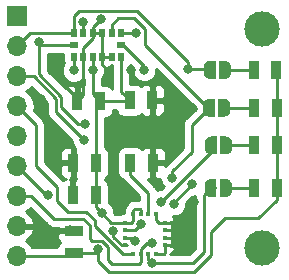
<source format=gtl>
G04 #@! TF.GenerationSoftware,KiCad,Pcbnew,5.0.0-rc1-44a33f2~62~ubuntu16.04.1*
G04 #@! TF.CreationDate,2018-04-05T21:06:55+03:00*
G04 #@! TF.ProjectId,accel-breakout,616363656C2D627265616B6F75742E6B,rev?*
G04 #@! TF.SameCoordinates,Original*
G04 #@! TF.FileFunction,Copper,L1,Top,Signal*
G04 #@! TF.FilePolarity,Positive*
%FSLAX46Y46*%
G04 Gerber Fmt 4.6, Leading zero omitted, Abs format (unit mm)*
G04 Created by KiCad (PCBNEW 5.0.0-rc1-44a33f2~62~ubuntu16.04.1) date Thu Apr  5 21:06:55 2018*
%MOMM*%
%LPD*%
G01*
G04 APERTURE LIST*
%ADD10R,0.400000X0.300000*%
%ADD11R,0.300000X0.400000*%
%ADD12R,0.970000X1.500000*%
%ADD13R,1.500000X0.970000*%
%ADD14R,1.700000X1.700000*%
%ADD15O,1.700000X1.700000*%
%ADD16R,0.500000X1.500000*%
%ADD17C,0.100000*%
%ADD18C,1.000000*%
%ADD19R,0.500000X0.800000*%
%ADD20R,0.800000X0.500000*%
%ADD21C,3.000000*%
%ADD22C,0.800000*%
%ADD23C,0.250000*%
%ADD24C,0.254000*%
G04 APERTURE END LIST*
D10*
X138395000Y-98230000D03*
X138395000Y-98880000D03*
X138395000Y-99520000D03*
X138395000Y-100170000D03*
D11*
X139125000Y-100900000D03*
X139775000Y-100900000D03*
X140415000Y-100900000D03*
X141065000Y-100900000D03*
D10*
X141795000Y-100170000D03*
X141795000Y-99520000D03*
X141795000Y-98880000D03*
X141795000Y-98230000D03*
D11*
X141065000Y-97500000D03*
X140415000Y-97500000D03*
X139775000Y-97500000D03*
X139125000Y-97500000D03*
D12*
X135960000Y-93175000D03*
X134050000Y-93175000D03*
X134025000Y-95925000D03*
X135935000Y-95925000D03*
X134395000Y-87975000D03*
X136305000Y-87975000D03*
D13*
X134100000Y-100835000D03*
X134100000Y-98925000D03*
D12*
X140800000Y-93175000D03*
X138890000Y-93175000D03*
X138820000Y-87875000D03*
X140730000Y-87875000D03*
D14*
X129282619Y-80757500D03*
D15*
X129282619Y-83297500D03*
X129282619Y-85837500D03*
X129282619Y-88377500D03*
X129282619Y-90917500D03*
X129282619Y-93457500D03*
X129282619Y-95997500D03*
X129282619Y-98537500D03*
X129282619Y-101077500D03*
D16*
X145950000Y-91700000D03*
X146750000Y-91700000D03*
D17*
G36*
X147049010Y-90952408D02*
X147097546Y-90959607D01*
X147145143Y-90971530D01*
X147191343Y-90988060D01*
X147235699Y-91009039D01*
X147277786Y-91034265D01*
X147317198Y-91063495D01*
X147353554Y-91096447D01*
X147386506Y-91132803D01*
X147415736Y-91172215D01*
X147440962Y-91214302D01*
X147461941Y-91258658D01*
X147478471Y-91304858D01*
X147490394Y-91352455D01*
X147497593Y-91400991D01*
X147500001Y-91450000D01*
X147500001Y-91950000D01*
X147497593Y-91999009D01*
X147490394Y-92047545D01*
X147478471Y-92095142D01*
X147461941Y-92141342D01*
X147440962Y-92185698D01*
X147415736Y-92227785D01*
X147386506Y-92267197D01*
X147353554Y-92303553D01*
X147317198Y-92336505D01*
X147277786Y-92365735D01*
X147235699Y-92390961D01*
X147191343Y-92411940D01*
X147145143Y-92428470D01*
X147097546Y-92440393D01*
X147049010Y-92447592D01*
X147000001Y-92450000D01*
X146999999Y-92450000D01*
X146950990Y-92447592D01*
X146902454Y-92440393D01*
X146854857Y-92428470D01*
X146808657Y-92411940D01*
X146764301Y-92390961D01*
X146722214Y-92365735D01*
X146682802Y-92336505D01*
X146646446Y-92303553D01*
X146613494Y-92267197D01*
X146584264Y-92227785D01*
X146559038Y-92185698D01*
X146538059Y-92141342D01*
X146521529Y-92095142D01*
X146509606Y-92047545D01*
X146502407Y-91999009D01*
X146499999Y-91950000D01*
X146499999Y-91450000D01*
X146502407Y-91400991D01*
X146509606Y-91352455D01*
X146521529Y-91304858D01*
X146538059Y-91258658D01*
X146559038Y-91214302D01*
X146584264Y-91172215D01*
X146613494Y-91132803D01*
X146646446Y-91096447D01*
X146682802Y-91063495D01*
X146722214Y-91034265D01*
X146764301Y-91009039D01*
X146808657Y-90988060D01*
X146854857Y-90971530D01*
X146902454Y-90959607D01*
X146950990Y-90952408D01*
X146999999Y-90950000D01*
X147000001Y-90950000D01*
X147049010Y-90952408D01*
X147049010Y-90952408D01*
G37*
D18*
X147000000Y-91700000D03*
D17*
G36*
X145749010Y-90952408D02*
X145797546Y-90959607D01*
X145845143Y-90971530D01*
X145891343Y-90988060D01*
X145935699Y-91009039D01*
X145977786Y-91034265D01*
X146017198Y-91063495D01*
X146053554Y-91096447D01*
X146086506Y-91132803D01*
X146115736Y-91172215D01*
X146140962Y-91214302D01*
X146161941Y-91258658D01*
X146178471Y-91304858D01*
X146190394Y-91352455D01*
X146197593Y-91400991D01*
X146200001Y-91450000D01*
X146200001Y-91950000D01*
X146197593Y-91999009D01*
X146190394Y-92047545D01*
X146178471Y-92095142D01*
X146161941Y-92141342D01*
X146140962Y-92185698D01*
X146115736Y-92227785D01*
X146086506Y-92267197D01*
X146053554Y-92303553D01*
X146017198Y-92336505D01*
X145977786Y-92365735D01*
X145935699Y-92390961D01*
X145891343Y-92411940D01*
X145845143Y-92428470D01*
X145797546Y-92440393D01*
X145749010Y-92447592D01*
X145700001Y-92450000D01*
X145699999Y-92450000D01*
X145650990Y-92447592D01*
X145602454Y-92440393D01*
X145554857Y-92428470D01*
X145508657Y-92411940D01*
X145464301Y-92390961D01*
X145422214Y-92365735D01*
X145382802Y-92336505D01*
X145346446Y-92303553D01*
X145313494Y-92267197D01*
X145284264Y-92227785D01*
X145259038Y-92185698D01*
X145238059Y-92141342D01*
X145221529Y-92095142D01*
X145209606Y-92047545D01*
X145202407Y-91999009D01*
X145199999Y-91950000D01*
X145199999Y-91450000D01*
X145202407Y-91400991D01*
X145209606Y-91352455D01*
X145221529Y-91304858D01*
X145238059Y-91258658D01*
X145259038Y-91214302D01*
X145284264Y-91172215D01*
X145313494Y-91132803D01*
X145346446Y-91096447D01*
X145382802Y-91063495D01*
X145422214Y-91034265D01*
X145464301Y-91009039D01*
X145508657Y-90988060D01*
X145554857Y-90971530D01*
X145602454Y-90959607D01*
X145650990Y-90952408D01*
X145699999Y-90950000D01*
X145700001Y-90950000D01*
X145749010Y-90952408D01*
X145749010Y-90952408D01*
G37*
D18*
X145700000Y-91700000D03*
D17*
G36*
X145649010Y-84552408D02*
X145697546Y-84559607D01*
X145745143Y-84571530D01*
X145791343Y-84588060D01*
X145835699Y-84609039D01*
X145877786Y-84634265D01*
X145917198Y-84663495D01*
X145953554Y-84696447D01*
X145986506Y-84732803D01*
X146015736Y-84772215D01*
X146040962Y-84814302D01*
X146061941Y-84858658D01*
X146078471Y-84904858D01*
X146090394Y-84952455D01*
X146097593Y-85000991D01*
X146100001Y-85050000D01*
X146100001Y-85550000D01*
X146097593Y-85599009D01*
X146090394Y-85647545D01*
X146078471Y-85695142D01*
X146061941Y-85741342D01*
X146040962Y-85785698D01*
X146015736Y-85827785D01*
X145986506Y-85867197D01*
X145953554Y-85903553D01*
X145917198Y-85936505D01*
X145877786Y-85965735D01*
X145835699Y-85990961D01*
X145791343Y-86011940D01*
X145745143Y-86028470D01*
X145697546Y-86040393D01*
X145649010Y-86047592D01*
X145600001Y-86050000D01*
X145599999Y-86050000D01*
X145550990Y-86047592D01*
X145502454Y-86040393D01*
X145454857Y-86028470D01*
X145408657Y-86011940D01*
X145364301Y-85990961D01*
X145322214Y-85965735D01*
X145282802Y-85936505D01*
X145246446Y-85903553D01*
X145213494Y-85867197D01*
X145184264Y-85827785D01*
X145159038Y-85785698D01*
X145138059Y-85741342D01*
X145121529Y-85695142D01*
X145109606Y-85647545D01*
X145102407Y-85599009D01*
X145099999Y-85550000D01*
X145099999Y-85050000D01*
X145102407Y-85000991D01*
X145109606Y-84952455D01*
X145121529Y-84904858D01*
X145138059Y-84858658D01*
X145159038Y-84814302D01*
X145184264Y-84772215D01*
X145213494Y-84732803D01*
X145246446Y-84696447D01*
X145282802Y-84663495D01*
X145322214Y-84634265D01*
X145364301Y-84609039D01*
X145408657Y-84588060D01*
X145454857Y-84571530D01*
X145502454Y-84559607D01*
X145550990Y-84552408D01*
X145599999Y-84550000D01*
X145600001Y-84550000D01*
X145649010Y-84552408D01*
X145649010Y-84552408D01*
G37*
D18*
X145600000Y-85300000D03*
D17*
G36*
X146949010Y-84552408D02*
X146997546Y-84559607D01*
X147045143Y-84571530D01*
X147091343Y-84588060D01*
X147135699Y-84609039D01*
X147177786Y-84634265D01*
X147217198Y-84663495D01*
X147253554Y-84696447D01*
X147286506Y-84732803D01*
X147315736Y-84772215D01*
X147340962Y-84814302D01*
X147361941Y-84858658D01*
X147378471Y-84904858D01*
X147390394Y-84952455D01*
X147397593Y-85000991D01*
X147400001Y-85050000D01*
X147400001Y-85550000D01*
X147397593Y-85599009D01*
X147390394Y-85647545D01*
X147378471Y-85695142D01*
X147361941Y-85741342D01*
X147340962Y-85785698D01*
X147315736Y-85827785D01*
X147286506Y-85867197D01*
X147253554Y-85903553D01*
X147217198Y-85936505D01*
X147177786Y-85965735D01*
X147135699Y-85990961D01*
X147091343Y-86011940D01*
X147045143Y-86028470D01*
X146997546Y-86040393D01*
X146949010Y-86047592D01*
X146900001Y-86050000D01*
X146899999Y-86050000D01*
X146850990Y-86047592D01*
X146802454Y-86040393D01*
X146754857Y-86028470D01*
X146708657Y-86011940D01*
X146664301Y-85990961D01*
X146622214Y-85965735D01*
X146582802Y-85936505D01*
X146546446Y-85903553D01*
X146513494Y-85867197D01*
X146484264Y-85827785D01*
X146459038Y-85785698D01*
X146438059Y-85741342D01*
X146421529Y-85695142D01*
X146409606Y-85647545D01*
X146402407Y-85599009D01*
X146399999Y-85550000D01*
X146399999Y-85050000D01*
X146402407Y-85000991D01*
X146409606Y-84952455D01*
X146421529Y-84904858D01*
X146438059Y-84858658D01*
X146459038Y-84814302D01*
X146484264Y-84772215D01*
X146513494Y-84732803D01*
X146546446Y-84696447D01*
X146582802Y-84663495D01*
X146622214Y-84634265D01*
X146664301Y-84609039D01*
X146708657Y-84588060D01*
X146754857Y-84571530D01*
X146802454Y-84559607D01*
X146850990Y-84552408D01*
X146899999Y-84550000D01*
X146900001Y-84550000D01*
X146949010Y-84552408D01*
X146949010Y-84552408D01*
G37*
D18*
X146900000Y-85300000D03*
D16*
X146650000Y-85300000D03*
X145850000Y-85300000D03*
X145925000Y-95300000D03*
X146725000Y-95300000D03*
D17*
G36*
X147024010Y-94552408D02*
X147072546Y-94559607D01*
X147120143Y-94571530D01*
X147166343Y-94588060D01*
X147210699Y-94609039D01*
X147252786Y-94634265D01*
X147292198Y-94663495D01*
X147328554Y-94696447D01*
X147361506Y-94732803D01*
X147390736Y-94772215D01*
X147415962Y-94814302D01*
X147436941Y-94858658D01*
X147453471Y-94904858D01*
X147465394Y-94952455D01*
X147472593Y-95000991D01*
X147475001Y-95050000D01*
X147475001Y-95550000D01*
X147472593Y-95599009D01*
X147465394Y-95647545D01*
X147453471Y-95695142D01*
X147436941Y-95741342D01*
X147415962Y-95785698D01*
X147390736Y-95827785D01*
X147361506Y-95867197D01*
X147328554Y-95903553D01*
X147292198Y-95936505D01*
X147252786Y-95965735D01*
X147210699Y-95990961D01*
X147166343Y-96011940D01*
X147120143Y-96028470D01*
X147072546Y-96040393D01*
X147024010Y-96047592D01*
X146975001Y-96050000D01*
X146974999Y-96050000D01*
X146925990Y-96047592D01*
X146877454Y-96040393D01*
X146829857Y-96028470D01*
X146783657Y-96011940D01*
X146739301Y-95990961D01*
X146697214Y-95965735D01*
X146657802Y-95936505D01*
X146621446Y-95903553D01*
X146588494Y-95867197D01*
X146559264Y-95827785D01*
X146534038Y-95785698D01*
X146513059Y-95741342D01*
X146496529Y-95695142D01*
X146484606Y-95647545D01*
X146477407Y-95599009D01*
X146474999Y-95550000D01*
X146474999Y-95050000D01*
X146477407Y-95000991D01*
X146484606Y-94952455D01*
X146496529Y-94904858D01*
X146513059Y-94858658D01*
X146534038Y-94814302D01*
X146559264Y-94772215D01*
X146588494Y-94732803D01*
X146621446Y-94696447D01*
X146657802Y-94663495D01*
X146697214Y-94634265D01*
X146739301Y-94609039D01*
X146783657Y-94588060D01*
X146829857Y-94571530D01*
X146877454Y-94559607D01*
X146925990Y-94552408D01*
X146974999Y-94550000D01*
X146975001Y-94550000D01*
X147024010Y-94552408D01*
X147024010Y-94552408D01*
G37*
D18*
X146975000Y-95300000D03*
D17*
G36*
X145724010Y-94552408D02*
X145772546Y-94559607D01*
X145820143Y-94571530D01*
X145866343Y-94588060D01*
X145910699Y-94609039D01*
X145952786Y-94634265D01*
X145992198Y-94663495D01*
X146028554Y-94696447D01*
X146061506Y-94732803D01*
X146090736Y-94772215D01*
X146115962Y-94814302D01*
X146136941Y-94858658D01*
X146153471Y-94904858D01*
X146165394Y-94952455D01*
X146172593Y-95000991D01*
X146175001Y-95050000D01*
X146175001Y-95550000D01*
X146172593Y-95599009D01*
X146165394Y-95647545D01*
X146153471Y-95695142D01*
X146136941Y-95741342D01*
X146115962Y-95785698D01*
X146090736Y-95827785D01*
X146061506Y-95867197D01*
X146028554Y-95903553D01*
X145992198Y-95936505D01*
X145952786Y-95965735D01*
X145910699Y-95990961D01*
X145866343Y-96011940D01*
X145820143Y-96028470D01*
X145772546Y-96040393D01*
X145724010Y-96047592D01*
X145675001Y-96050000D01*
X145674999Y-96050000D01*
X145625990Y-96047592D01*
X145577454Y-96040393D01*
X145529857Y-96028470D01*
X145483657Y-96011940D01*
X145439301Y-95990961D01*
X145397214Y-95965735D01*
X145357802Y-95936505D01*
X145321446Y-95903553D01*
X145288494Y-95867197D01*
X145259264Y-95827785D01*
X145234038Y-95785698D01*
X145213059Y-95741342D01*
X145196529Y-95695142D01*
X145184606Y-95647545D01*
X145177407Y-95599009D01*
X145174999Y-95550000D01*
X145174999Y-95050000D01*
X145177407Y-95000991D01*
X145184606Y-94952455D01*
X145196529Y-94904858D01*
X145213059Y-94858658D01*
X145234038Y-94814302D01*
X145259264Y-94772215D01*
X145288494Y-94732803D01*
X145321446Y-94696447D01*
X145357802Y-94663495D01*
X145397214Y-94634265D01*
X145439301Y-94609039D01*
X145483657Y-94588060D01*
X145529857Y-94571530D01*
X145577454Y-94559607D01*
X145625990Y-94552408D01*
X145674999Y-94550000D01*
X145675001Y-94550000D01*
X145724010Y-94552408D01*
X145724010Y-94552408D01*
G37*
D18*
X145675000Y-95300000D03*
D17*
G36*
X145599010Y-87752408D02*
X145647546Y-87759607D01*
X145695143Y-87771530D01*
X145741343Y-87788060D01*
X145785699Y-87809039D01*
X145827786Y-87834265D01*
X145867198Y-87863495D01*
X145903554Y-87896447D01*
X145936506Y-87932803D01*
X145965736Y-87972215D01*
X145990962Y-88014302D01*
X146011941Y-88058658D01*
X146028471Y-88104858D01*
X146040394Y-88152455D01*
X146047593Y-88200991D01*
X146050001Y-88250000D01*
X146050001Y-88750000D01*
X146047593Y-88799009D01*
X146040394Y-88847545D01*
X146028471Y-88895142D01*
X146011941Y-88941342D01*
X145990962Y-88985698D01*
X145965736Y-89027785D01*
X145936506Y-89067197D01*
X145903554Y-89103553D01*
X145867198Y-89136505D01*
X145827786Y-89165735D01*
X145785699Y-89190961D01*
X145741343Y-89211940D01*
X145695143Y-89228470D01*
X145647546Y-89240393D01*
X145599010Y-89247592D01*
X145550001Y-89250000D01*
X145549999Y-89250000D01*
X145500990Y-89247592D01*
X145452454Y-89240393D01*
X145404857Y-89228470D01*
X145358657Y-89211940D01*
X145314301Y-89190961D01*
X145272214Y-89165735D01*
X145232802Y-89136505D01*
X145196446Y-89103553D01*
X145163494Y-89067197D01*
X145134264Y-89027785D01*
X145109038Y-88985698D01*
X145088059Y-88941342D01*
X145071529Y-88895142D01*
X145059606Y-88847545D01*
X145052407Y-88799009D01*
X145049999Y-88750000D01*
X145049999Y-88250000D01*
X145052407Y-88200991D01*
X145059606Y-88152455D01*
X145071529Y-88104858D01*
X145088059Y-88058658D01*
X145109038Y-88014302D01*
X145134264Y-87972215D01*
X145163494Y-87932803D01*
X145196446Y-87896447D01*
X145232802Y-87863495D01*
X145272214Y-87834265D01*
X145314301Y-87809039D01*
X145358657Y-87788060D01*
X145404857Y-87771530D01*
X145452454Y-87759607D01*
X145500990Y-87752408D01*
X145549999Y-87750000D01*
X145550001Y-87750000D01*
X145599010Y-87752408D01*
X145599010Y-87752408D01*
G37*
D18*
X145550000Y-88500000D03*
D17*
G36*
X146899010Y-87752408D02*
X146947546Y-87759607D01*
X146995143Y-87771530D01*
X147041343Y-87788060D01*
X147085699Y-87809039D01*
X147127786Y-87834265D01*
X147167198Y-87863495D01*
X147203554Y-87896447D01*
X147236506Y-87932803D01*
X147265736Y-87972215D01*
X147290962Y-88014302D01*
X147311941Y-88058658D01*
X147328471Y-88104858D01*
X147340394Y-88152455D01*
X147347593Y-88200991D01*
X147350001Y-88250000D01*
X147350001Y-88750000D01*
X147347593Y-88799009D01*
X147340394Y-88847545D01*
X147328471Y-88895142D01*
X147311941Y-88941342D01*
X147290962Y-88985698D01*
X147265736Y-89027785D01*
X147236506Y-89067197D01*
X147203554Y-89103553D01*
X147167198Y-89136505D01*
X147127786Y-89165735D01*
X147085699Y-89190961D01*
X147041343Y-89211940D01*
X146995143Y-89228470D01*
X146947546Y-89240393D01*
X146899010Y-89247592D01*
X146850001Y-89250000D01*
X146849999Y-89250000D01*
X146800990Y-89247592D01*
X146752454Y-89240393D01*
X146704857Y-89228470D01*
X146658657Y-89211940D01*
X146614301Y-89190961D01*
X146572214Y-89165735D01*
X146532802Y-89136505D01*
X146496446Y-89103553D01*
X146463494Y-89067197D01*
X146434264Y-89027785D01*
X146409038Y-88985698D01*
X146388059Y-88941342D01*
X146371529Y-88895142D01*
X146359606Y-88847545D01*
X146352407Y-88799009D01*
X146349999Y-88750000D01*
X146349999Y-88250000D01*
X146352407Y-88200991D01*
X146359606Y-88152455D01*
X146371529Y-88104858D01*
X146388059Y-88058658D01*
X146409038Y-88014302D01*
X146434264Y-87972215D01*
X146463494Y-87932803D01*
X146496446Y-87896447D01*
X146532802Y-87863495D01*
X146572214Y-87834265D01*
X146614301Y-87809039D01*
X146658657Y-87788060D01*
X146704857Y-87771530D01*
X146752454Y-87759607D01*
X146800990Y-87752408D01*
X146849999Y-87750000D01*
X146850001Y-87750000D01*
X146899010Y-87752408D01*
X146899010Y-87752408D01*
G37*
D18*
X146850000Y-88500000D03*
D16*
X146600000Y-88500000D03*
X145800000Y-88500000D03*
D12*
X151260000Y-91700000D03*
X149350000Y-91700000D03*
X149325000Y-85300000D03*
X151235000Y-85300000D03*
X151260000Y-95325000D03*
X149350000Y-95325000D03*
X149350000Y-88500000D03*
X151260000Y-88500000D03*
D19*
X134100000Y-84175000D03*
X134900000Y-84175000D03*
X135700000Y-84175000D03*
X136500000Y-84175000D03*
X137300000Y-84175000D03*
X138100000Y-84175000D03*
D20*
X138100000Y-83175000D03*
D19*
X138100000Y-82175000D03*
X137300000Y-82175000D03*
X136500000Y-82175000D03*
X135700000Y-82175000D03*
X134900000Y-82175000D03*
X134100000Y-82175000D03*
D20*
X134100000Y-83175000D03*
D21*
X150050000Y-100350000D03*
X150050000Y-81850000D03*
D22*
X135700000Y-85350000D03*
X134100000Y-85350000D03*
X136500000Y-97450000D03*
X136150000Y-100500000D03*
X144000000Y-98450000D03*
X144300000Y-96450000D03*
X132550000Y-99900000D03*
X143350000Y-99950000D03*
X131350000Y-87750000D03*
X132540912Y-85399991D03*
X132658104Y-92782785D03*
X142550000Y-90450000D03*
X138400000Y-90500000D03*
X138900000Y-85300000D03*
X137050000Y-85400000D03*
X136400000Y-81000000D03*
X135050000Y-89900000D03*
X139800000Y-98350000D03*
X141500000Y-96450000D03*
X131172407Y-82922407D03*
X143800000Y-85200000D03*
X144100000Y-95000000D03*
X142550000Y-96673002D03*
X139300000Y-99750000D03*
X134950000Y-91250000D03*
X137407817Y-98955000D03*
X134900000Y-81225000D03*
X140061439Y-85300898D03*
X140680706Y-101674990D03*
X139400000Y-82200000D03*
X131950000Y-95900000D03*
X142450000Y-94450000D03*
X140750000Y-99950000D03*
D23*
X139700000Y-97050000D02*
X139775000Y-97125000D01*
X139775000Y-97125000D02*
X139775000Y-97500000D01*
X139250000Y-97050000D02*
X139700000Y-97050000D01*
X139125000Y-97175000D02*
X139250000Y-97050000D01*
X139125000Y-97500000D02*
X139125000Y-97175000D01*
X137050000Y-102400000D02*
X136150000Y-101500000D01*
X136150000Y-101500000D02*
X136150000Y-100500000D01*
X144300000Y-102400000D02*
X137050000Y-102400000D01*
X145700000Y-101000000D02*
X144300000Y-102400000D01*
X145700000Y-99050000D02*
X145700000Y-101000000D01*
X146900000Y-97850000D02*
X145700000Y-99050000D01*
X149735000Y-97850000D02*
X146900000Y-97850000D01*
X151260000Y-95325000D02*
X151260000Y-96325000D01*
X151260000Y-96325000D02*
X149735000Y-97850000D01*
X135700000Y-84175000D02*
X135700000Y-85350000D01*
X134100000Y-84175000D02*
X134100000Y-85350000D01*
X135700000Y-84175000D02*
X135700000Y-87370000D01*
X135700000Y-87370000D02*
X136305000Y-87975000D01*
X151260000Y-88500000D02*
X151260000Y-85725000D01*
X151260000Y-85725000D02*
X151235000Y-85700000D01*
X151260000Y-91700000D02*
X151260000Y-90700000D01*
X151260000Y-90700000D02*
X151260000Y-88500000D01*
X151260000Y-95325000D02*
X151260000Y-94325000D01*
X151260000Y-94325000D02*
X151260000Y-91700000D01*
X136305000Y-87710000D02*
X136305000Y-87975000D01*
X138100000Y-84175000D02*
X138100000Y-87155000D01*
X138100000Y-87155000D02*
X138820000Y-87875000D01*
X135960000Y-93175000D02*
X135960000Y-88320000D01*
X135960000Y-88320000D02*
X136305000Y-87975000D01*
X136305000Y-87975000D02*
X138720000Y-87975000D01*
X138720000Y-87975000D02*
X138820000Y-87875000D01*
X136500000Y-97450000D02*
X137280000Y-98230000D01*
X137280000Y-98230000D02*
X137945000Y-98230000D01*
X137945000Y-98230000D02*
X138395000Y-98230000D01*
X136500000Y-97450000D02*
X135935000Y-96925000D01*
X135935000Y-96925000D02*
X135935000Y-95925000D01*
X135965000Y-100835000D02*
X136150000Y-100650000D01*
X136150000Y-100650000D02*
X136150000Y-100500000D01*
X134100000Y-100835000D02*
X135965000Y-100835000D01*
X138950000Y-98250000D02*
X139125000Y-98075000D01*
X139125000Y-98075000D02*
X139125000Y-97500000D01*
X138465000Y-98250000D02*
X138950000Y-98250000D01*
X138395000Y-98230000D02*
X138445000Y-98230000D01*
X138445000Y-98230000D02*
X138465000Y-98250000D01*
X135960000Y-93175000D02*
X135960000Y-95900000D01*
X135960000Y-95900000D02*
X135935000Y-95925000D01*
X129282619Y-101077500D02*
X133857500Y-101077500D01*
X133857500Y-101077500D02*
X134100000Y-100835000D01*
X141065000Y-98015000D02*
X141280000Y-98230000D01*
X141280000Y-98230000D02*
X141795000Y-98230000D01*
X141065000Y-97500000D02*
X141065000Y-98015000D01*
X141795000Y-100805000D02*
X141795000Y-100170000D01*
X141700000Y-100900000D02*
X141795000Y-100805000D01*
X141065000Y-100900000D02*
X141700000Y-100900000D01*
X142400000Y-98850000D02*
X142400000Y-99500000D01*
X142400000Y-98385000D02*
X142400000Y-98850000D01*
X141795000Y-98880000D02*
X142245000Y-98880000D01*
X142245000Y-98880000D02*
X142275000Y-98850000D01*
X142275000Y-98850000D02*
X142400000Y-98850000D01*
X142400000Y-99500000D02*
X142400000Y-100070000D01*
X142245000Y-99520000D02*
X142265000Y-99500000D01*
X141795000Y-99520000D02*
X142245000Y-99520000D01*
X142265000Y-99500000D02*
X142400000Y-99500000D01*
X141795000Y-100170000D02*
X142300000Y-100170000D01*
X142300000Y-100170000D02*
X143130000Y-100170000D01*
X142400000Y-100070000D02*
X142300000Y-100170000D01*
X141795000Y-98230000D02*
X142245000Y-98230000D01*
X142245000Y-98230000D02*
X142400000Y-98385000D01*
X143130000Y-100170000D02*
X143350000Y-99950000D01*
X131437500Y-98537500D02*
X131825000Y-98925000D01*
X131825000Y-98925000D02*
X134100000Y-98925000D01*
X129282619Y-98537500D02*
X131437500Y-98537500D01*
X132540912Y-85855912D02*
X132540912Y-85399991D01*
X134395000Y-87710000D02*
X132540912Y-85855912D01*
X134395000Y-87975000D02*
X134395000Y-87710000D01*
X134900000Y-84175000D02*
X134900000Y-87470000D01*
X134900000Y-87470000D02*
X134395000Y-87975000D01*
X136500000Y-84850000D02*
X137050000Y-85400000D01*
X136500000Y-84175000D02*
X136500000Y-84850000D01*
X137300000Y-84175000D02*
X136500000Y-84175000D01*
X136500000Y-82175000D02*
X136500000Y-84175000D01*
X134900000Y-84175000D02*
X134900000Y-83410002D01*
X134900000Y-83410002D02*
X135700000Y-82610002D01*
X135700000Y-82610002D02*
X135700000Y-82175000D01*
X135700000Y-82175000D02*
X135700000Y-81700000D01*
X135700000Y-81700000D02*
X136400000Y-81000000D01*
X135700000Y-82175000D02*
X136500000Y-82175000D01*
X133712500Y-98537500D02*
X134100000Y-98925000D01*
X138890000Y-93175000D02*
X138890000Y-94175000D01*
X138890000Y-94175000D02*
X140415000Y-95700000D01*
X140415000Y-95700000D02*
X140415000Y-97050000D01*
X140415000Y-97050000D02*
X140415000Y-97500000D01*
X133050011Y-88465696D02*
X133050011Y-87563600D01*
X133050011Y-87563600D02*
X131172407Y-85685996D01*
X131172407Y-85685996D02*
X131172407Y-83488092D01*
X131172407Y-83488092D02*
X131172407Y-82922407D01*
X134484315Y-89900000D02*
X133050011Y-88465696D01*
X135050000Y-89900000D02*
X134484315Y-89900000D01*
X134100000Y-83175000D02*
X133950000Y-83175000D01*
X138845000Y-98880000D02*
X139270000Y-98880000D01*
X139270000Y-98880000D02*
X139800000Y-98350000D01*
X138875000Y-98850000D02*
X138845000Y-98880000D01*
X138845000Y-98880000D02*
X138395000Y-98880000D01*
X141500000Y-96450000D02*
X145700000Y-92250000D01*
X145700000Y-92250000D02*
X145700000Y-91700000D01*
X134100000Y-83175000D02*
X131425000Y-83175000D01*
X131425000Y-83175000D02*
X131172407Y-82922407D01*
X143800000Y-85200000D02*
X145500000Y-85200000D01*
X145500000Y-85200000D02*
X145600000Y-85300000D01*
X143800000Y-84634315D02*
X139440683Y-80274998D01*
X139440683Y-80274998D02*
X134525002Y-80274998D01*
X134525002Y-80274998D02*
X134100000Y-80700000D01*
X134100000Y-80700000D02*
X134100000Y-81525000D01*
X134100000Y-81525000D02*
X134100000Y-82175000D01*
X143800000Y-85200000D02*
X143800000Y-84634315D01*
X142550000Y-96673002D02*
X142550000Y-96550000D01*
X142550000Y-96550000D02*
X144100000Y-95000000D01*
X138395000Y-99520000D02*
X139070000Y-99520000D01*
X139070000Y-99520000D02*
X139300000Y-99750000D01*
X129282619Y-83297500D02*
X130405119Y-82175000D01*
X130405119Y-82175000D02*
X134100000Y-82175000D01*
X132600000Y-87750000D02*
X130687500Y-85837500D01*
X130687500Y-85837500D02*
X129282619Y-85837500D01*
X132600000Y-88900000D02*
X132600000Y-87750000D01*
X134950000Y-91250000D02*
X132600000Y-88900000D01*
X129537500Y-85837500D02*
X129282619Y-85837500D01*
X138395000Y-100170000D02*
X138165822Y-100170000D01*
X138165822Y-100170000D02*
X137407817Y-99411995D01*
X137407817Y-99411995D02*
X137407817Y-98955000D01*
X138580000Y-100170000D02*
X138395000Y-100170000D01*
X134900000Y-81225000D02*
X134900000Y-82175000D01*
X135900000Y-98050000D02*
X135150000Y-97300000D01*
X138259412Y-100900000D02*
X135900000Y-98540588D01*
X135900000Y-98540588D02*
X135900000Y-98050000D01*
X139125000Y-100900000D02*
X138259412Y-100900000D01*
X135150000Y-97300000D02*
X133579998Y-97300000D01*
X133579998Y-97300000D02*
X132675001Y-96395003D01*
X132675001Y-96395003D02*
X132675001Y-95225001D01*
X132675001Y-95225001D02*
X130900000Y-93450000D01*
X130900000Y-93450000D02*
X130900000Y-89994881D01*
X130900000Y-89994881D02*
X130457620Y-89552501D01*
X129282619Y-88377500D02*
X130457620Y-89552501D01*
X138100000Y-83175000D02*
X138250000Y-83175000D01*
X138250000Y-83175000D02*
X140061439Y-84986439D01*
X140061439Y-84986439D02*
X140061439Y-85300898D01*
X141246391Y-101674990D02*
X140680706Y-101674990D01*
X145100000Y-95875000D02*
X145100000Y-100750000D01*
X145100000Y-100750000D02*
X144175010Y-101674990D01*
X144175010Y-101674990D02*
X141246391Y-101674990D01*
X140415000Y-101409284D02*
X140680706Y-101674990D01*
X140415000Y-100900000D02*
X140415000Y-101409284D01*
X145675000Y-95300000D02*
X145100000Y-95875000D01*
X139400000Y-82200000D02*
X138125000Y-82200000D01*
X138125000Y-82200000D02*
X138100000Y-82175000D01*
X129282619Y-93457500D02*
X131725119Y-95900000D01*
X131725119Y-95900000D02*
X131950000Y-95900000D01*
X137300000Y-81525000D02*
X137300000Y-82175000D01*
X145650000Y-88700000D02*
X140125001Y-83175001D01*
X140125001Y-83175001D02*
X140125001Y-81851999D01*
X140125001Y-81851999D02*
X139223012Y-80950010D01*
X139223012Y-80950010D02*
X137874990Y-80950010D01*
X137874990Y-80950010D02*
X137300000Y-81525000D01*
X144100000Y-92234315D02*
X144100000Y-89950000D01*
X144100000Y-89950000D02*
X145550000Y-88500000D01*
X142450000Y-94450000D02*
X142450000Y-93884315D01*
X142450000Y-93884315D02*
X144100000Y-92234315D01*
X139775000Y-100900000D02*
X139775000Y-100450000D01*
X139775000Y-100450000D02*
X140275000Y-99950000D01*
X140275000Y-99950000D02*
X140750000Y-99950000D01*
X139650000Y-101700000D02*
X139775000Y-101575000D01*
X139775000Y-101575000D02*
X139775000Y-100900000D01*
X137000000Y-101400000D02*
X137300000Y-101700000D01*
X137300000Y-101700000D02*
X139650000Y-101700000D01*
X137000000Y-100276998D02*
X137000000Y-101400000D01*
X135450000Y-99600000D02*
X135624999Y-99774999D01*
X135624999Y-99774999D02*
X136498001Y-99774999D01*
X136498001Y-99774999D02*
X137000000Y-100276998D01*
X135450000Y-98454998D02*
X135450000Y-99600000D01*
X132387200Y-97900000D02*
X134895002Y-97900000D01*
X134895002Y-97900000D02*
X135450000Y-98454998D01*
X129282619Y-95997500D02*
X130484700Y-95997500D01*
X130484700Y-95997500D02*
X132387200Y-97900000D01*
X147000000Y-91700000D02*
X149350000Y-91700000D01*
X146650000Y-85300000D02*
X149325000Y-85300000D01*
X149300000Y-85725000D02*
X149325000Y-85700000D01*
X146975000Y-95300000D02*
X149325000Y-95300000D01*
X149325000Y-95300000D02*
X149350000Y-95325000D01*
X146600000Y-88500000D02*
X149350000Y-88500000D01*
D24*
G36*
X144340001Y-100435197D02*
X143860208Y-100914990D01*
X142217902Y-100914990D01*
X142354698Y-100858327D01*
X142533327Y-100679699D01*
X142630000Y-100446310D01*
X142630000Y-100403750D01*
X142471250Y-100245000D01*
X142277000Y-100245000D01*
X142277000Y-100240511D01*
X142354698Y-100208327D01*
X142468026Y-100095000D01*
X142471250Y-100095000D01*
X142630000Y-99936250D01*
X142630000Y-99893690D01*
X142609832Y-99845000D01*
X142630000Y-99796310D01*
X142630000Y-99753750D01*
X142471250Y-99595000D01*
X142468026Y-99595000D01*
X142398025Y-99525000D01*
X142533327Y-99389699D01*
X142538118Y-99378132D01*
X142630000Y-99286250D01*
X142630000Y-99243690D01*
X142611903Y-99200000D01*
X142630000Y-99156310D01*
X142630000Y-99113750D01*
X142538118Y-99021868D01*
X142533327Y-99010301D01*
X142398025Y-98875000D01*
X142468026Y-98805000D01*
X142471250Y-98805000D01*
X142630000Y-98646250D01*
X142630000Y-98603690D01*
X142609832Y-98555000D01*
X142630000Y-98506310D01*
X142630000Y-98463750D01*
X142471250Y-98305000D01*
X142468026Y-98305000D01*
X142354698Y-98191673D01*
X142277000Y-98159489D01*
X142277000Y-98155000D01*
X142471250Y-98155000D01*
X142630000Y-97996250D01*
X142630000Y-97953690D01*
X142533327Y-97720301D01*
X142521028Y-97708002D01*
X142755874Y-97708002D01*
X143136280Y-97550433D01*
X143427431Y-97259282D01*
X143585000Y-96878876D01*
X143585000Y-96589801D01*
X144139802Y-96035000D01*
X144305874Y-96035000D01*
X144340000Y-96020865D01*
X144340001Y-100435197D01*
X144340001Y-100435197D01*
G37*
X144340001Y-100435197D02*
X143860208Y-100914990D01*
X142217902Y-100914990D01*
X142354698Y-100858327D01*
X142533327Y-100679699D01*
X142630000Y-100446310D01*
X142630000Y-100403750D01*
X142471250Y-100245000D01*
X142277000Y-100245000D01*
X142277000Y-100240511D01*
X142354698Y-100208327D01*
X142468026Y-100095000D01*
X142471250Y-100095000D01*
X142630000Y-99936250D01*
X142630000Y-99893690D01*
X142609832Y-99845000D01*
X142630000Y-99796310D01*
X142630000Y-99753750D01*
X142471250Y-99595000D01*
X142468026Y-99595000D01*
X142398025Y-99525000D01*
X142533327Y-99389699D01*
X142538118Y-99378132D01*
X142630000Y-99286250D01*
X142630000Y-99243690D01*
X142611903Y-99200000D01*
X142630000Y-99156310D01*
X142630000Y-99113750D01*
X142538118Y-99021868D01*
X142533327Y-99010301D01*
X142398025Y-98875000D01*
X142468026Y-98805000D01*
X142471250Y-98805000D01*
X142630000Y-98646250D01*
X142630000Y-98603690D01*
X142609832Y-98555000D01*
X142630000Y-98506310D01*
X142630000Y-98463750D01*
X142471250Y-98305000D01*
X142468026Y-98305000D01*
X142354698Y-98191673D01*
X142277000Y-98159489D01*
X142277000Y-98155000D01*
X142471250Y-98155000D01*
X142630000Y-97996250D01*
X142630000Y-97953690D01*
X142533327Y-97720301D01*
X142521028Y-97708002D01*
X142755874Y-97708002D01*
X143136280Y-97550433D01*
X143427431Y-97259282D01*
X143585000Y-96878876D01*
X143585000Y-96589801D01*
X144139802Y-96035000D01*
X144305874Y-96035000D01*
X144340000Y-96020865D01*
X144340001Y-100435197D01*
G36*
X131796873Y-98384476D02*
X131839271Y-98447929D01*
X131902724Y-98490327D01*
X131902726Y-98490329D01*
X131986848Y-98546537D01*
X132090663Y-98615904D01*
X132312348Y-98660000D01*
X132312352Y-98660000D01*
X132387199Y-98674888D01*
X132462046Y-98660000D01*
X132735750Y-98660000D01*
X132873750Y-98798000D01*
X133973000Y-98798000D01*
X133973000Y-98778000D01*
X134227000Y-98778000D01*
X134227000Y-98798000D01*
X134247000Y-98798000D01*
X134247000Y-99052000D01*
X134227000Y-99052000D01*
X134227000Y-99072000D01*
X133973000Y-99072000D01*
X133973000Y-99052000D01*
X132873750Y-99052000D01*
X132715000Y-99210750D01*
X132715000Y-99536309D01*
X132811673Y-99769698D01*
X132917353Y-99875378D01*
X132892191Y-99892191D01*
X132751843Y-100102235D01*
X132709025Y-100317500D01*
X130560797Y-100317500D01*
X130353244Y-100006875D01*
X130034141Y-99793657D01*
X130163977Y-99732683D01*
X130554264Y-99304424D01*
X130724095Y-98894390D01*
X130602774Y-98664500D01*
X129427000Y-98664500D01*
X129427000Y-98410500D01*
X130602774Y-98410500D01*
X130724095Y-98180610D01*
X130554264Y-97770576D01*
X130163977Y-97342317D01*
X130034141Y-97281343D01*
X130353244Y-97068125D01*
X130404225Y-96991827D01*
X131796873Y-98384476D01*
X131796873Y-98384476D01*
G37*
X131796873Y-98384476D02*
X131839271Y-98447929D01*
X131902724Y-98490327D01*
X131902726Y-98490329D01*
X131986848Y-98546537D01*
X132090663Y-98615904D01*
X132312348Y-98660000D01*
X132312352Y-98660000D01*
X132387199Y-98674888D01*
X132462046Y-98660000D01*
X132735750Y-98660000D01*
X132873750Y-98798000D01*
X133973000Y-98798000D01*
X133973000Y-98778000D01*
X134227000Y-98778000D01*
X134227000Y-98798000D01*
X134247000Y-98798000D01*
X134247000Y-99052000D01*
X134227000Y-99052000D01*
X134227000Y-99072000D01*
X133973000Y-99072000D01*
X133973000Y-99052000D01*
X132873750Y-99052000D01*
X132715000Y-99210750D01*
X132715000Y-99536309D01*
X132811673Y-99769698D01*
X132917353Y-99875378D01*
X132892191Y-99892191D01*
X132751843Y-100102235D01*
X132709025Y-100317500D01*
X130560797Y-100317500D01*
X130353244Y-100006875D01*
X130034141Y-99793657D01*
X130163977Y-99732683D01*
X130554264Y-99304424D01*
X130724095Y-98894390D01*
X130602774Y-98664500D01*
X129427000Y-98664500D01*
X129427000Y-98410500D01*
X130602774Y-98410500D01*
X130724095Y-98180610D01*
X130554264Y-97770576D01*
X130163977Y-97342317D01*
X130034141Y-97281343D01*
X130353244Y-97068125D01*
X130404225Y-96991827D01*
X131796873Y-98384476D01*
G36*
X139046585Y-85046387D02*
X139026439Y-85095024D01*
X139026439Y-85506772D01*
X139184008Y-85887178D01*
X139475159Y-86178329D01*
X139855565Y-86335898D01*
X140267313Y-86335898D01*
X140647719Y-86178329D01*
X140938870Y-85887178D01*
X141096439Y-85506772D01*
X141096439Y-85221240D01*
X144402559Y-88527361D01*
X144402559Y-88572639D01*
X143615528Y-89359671D01*
X143552072Y-89402071D01*
X143509672Y-89465527D01*
X143509671Y-89465528D01*
X143384097Y-89653463D01*
X143325112Y-89950000D01*
X143340001Y-90024852D01*
X143340000Y-91919512D01*
X141965528Y-93293986D01*
X141902072Y-93336386D01*
X141859440Y-93400190D01*
X141761250Y-93302000D01*
X140927000Y-93302000D01*
X140927000Y-94401250D01*
X141085750Y-94560000D01*
X141411309Y-94560000D01*
X141415000Y-94558471D01*
X141415000Y-94655874D01*
X141572569Y-95036280D01*
X141705744Y-95169455D01*
X141460199Y-95415000D01*
X141294126Y-95415000D01*
X141145449Y-95476584D01*
X141130904Y-95403463D01*
X141130904Y-95403462D01*
X141005329Y-95215527D01*
X140962929Y-95152071D01*
X140899473Y-95109671D01*
X140349802Y-94560000D01*
X140514250Y-94560000D01*
X140673000Y-94401250D01*
X140673000Y-93302000D01*
X140653000Y-93302000D01*
X140653000Y-93048000D01*
X140673000Y-93048000D01*
X140673000Y-91948750D01*
X140927000Y-91948750D01*
X140927000Y-93048000D01*
X141761250Y-93048000D01*
X141920000Y-92889250D01*
X141920000Y-92298690D01*
X141823327Y-92065301D01*
X141644698Y-91886673D01*
X141411309Y-91790000D01*
X141085750Y-91790000D01*
X140927000Y-91948750D01*
X140673000Y-91948750D01*
X140514250Y-91790000D01*
X140188691Y-91790000D01*
X139955302Y-91886673D01*
X139849622Y-91992353D01*
X139832809Y-91967191D01*
X139622765Y-91826843D01*
X139375000Y-91777560D01*
X138405000Y-91777560D01*
X138157235Y-91826843D01*
X137947191Y-91967191D01*
X137806843Y-92177235D01*
X137757560Y-92425000D01*
X137757560Y-93925000D01*
X137806843Y-94172765D01*
X137947191Y-94382809D01*
X138157235Y-94523157D01*
X138216460Y-94534937D01*
X138299492Y-94659203D01*
X138342072Y-94722929D01*
X138405528Y-94765329D01*
X139655000Y-96014802D01*
X139655000Y-96284063D01*
X139625153Y-96290000D01*
X139324848Y-96290000D01*
X139250000Y-96275112D01*
X139175152Y-96290000D01*
X139175148Y-96290000D01*
X138953463Y-96334096D01*
X138702071Y-96502071D01*
X138659669Y-96565530D01*
X138640530Y-96584669D01*
X138577071Y-96627071D01*
X138409096Y-96878463D01*
X138365000Y-97100148D01*
X138365000Y-97100153D01*
X138350112Y-97175000D01*
X138351268Y-97180811D01*
X138327560Y-97300000D01*
X138327560Y-97432560D01*
X138195000Y-97432560D01*
X138006774Y-97470000D01*
X137594802Y-97470000D01*
X137535000Y-97410198D01*
X137535000Y-97244126D01*
X137377431Y-96863720D01*
X137086280Y-96572569D01*
X137067440Y-96564765D01*
X137067440Y-95175000D01*
X137018157Y-94927235D01*
X136877809Y-94717191D01*
X136720000Y-94611746D01*
X136720000Y-94504959D01*
X136902809Y-94382809D01*
X137043157Y-94172765D01*
X137092440Y-93925000D01*
X137092440Y-92425000D01*
X137043157Y-92177235D01*
X136902809Y-91967191D01*
X136720000Y-91845041D01*
X136720000Y-89372440D01*
X136790000Y-89372440D01*
X137037765Y-89323157D01*
X137247809Y-89182809D01*
X137388157Y-88972765D01*
X137435451Y-88735000D01*
X137709440Y-88735000D01*
X137736843Y-88872765D01*
X137877191Y-89082809D01*
X138087235Y-89223157D01*
X138335000Y-89272440D01*
X139305000Y-89272440D01*
X139552765Y-89223157D01*
X139762809Y-89082809D01*
X139779622Y-89057647D01*
X139885302Y-89163327D01*
X140118691Y-89260000D01*
X140444250Y-89260000D01*
X140603000Y-89101250D01*
X140603000Y-88002000D01*
X140857000Y-88002000D01*
X140857000Y-89101250D01*
X141015750Y-89260000D01*
X141341309Y-89260000D01*
X141574698Y-89163327D01*
X141753327Y-88984699D01*
X141850000Y-88751310D01*
X141850000Y-88160750D01*
X141691250Y-88002000D01*
X140857000Y-88002000D01*
X140603000Y-88002000D01*
X140583000Y-88002000D01*
X140583000Y-87748000D01*
X140603000Y-87748000D01*
X140603000Y-86648750D01*
X140857000Y-86648750D01*
X140857000Y-87748000D01*
X141691250Y-87748000D01*
X141850000Y-87589250D01*
X141850000Y-86998690D01*
X141753327Y-86765301D01*
X141574698Y-86586673D01*
X141341309Y-86490000D01*
X141015750Y-86490000D01*
X140857000Y-86648750D01*
X140603000Y-86648750D01*
X140444250Y-86490000D01*
X140118691Y-86490000D01*
X139885302Y-86586673D01*
X139779622Y-86692353D01*
X139762809Y-86667191D01*
X139552765Y-86526843D01*
X139305000Y-86477560D01*
X138860000Y-86477560D01*
X138860000Y-84954700D01*
X138898011Y-84897813D01*
X139046585Y-85046387D01*
X139046585Y-85046387D01*
G37*
X139046585Y-85046387D02*
X139026439Y-85095024D01*
X139026439Y-85506772D01*
X139184008Y-85887178D01*
X139475159Y-86178329D01*
X139855565Y-86335898D01*
X140267313Y-86335898D01*
X140647719Y-86178329D01*
X140938870Y-85887178D01*
X141096439Y-85506772D01*
X141096439Y-85221240D01*
X144402559Y-88527361D01*
X144402559Y-88572639D01*
X143615528Y-89359671D01*
X143552072Y-89402071D01*
X143509672Y-89465527D01*
X143509671Y-89465528D01*
X143384097Y-89653463D01*
X143325112Y-89950000D01*
X143340001Y-90024852D01*
X143340000Y-91919512D01*
X141965528Y-93293986D01*
X141902072Y-93336386D01*
X141859440Y-93400190D01*
X141761250Y-93302000D01*
X140927000Y-93302000D01*
X140927000Y-94401250D01*
X141085750Y-94560000D01*
X141411309Y-94560000D01*
X141415000Y-94558471D01*
X141415000Y-94655874D01*
X141572569Y-95036280D01*
X141705744Y-95169455D01*
X141460199Y-95415000D01*
X141294126Y-95415000D01*
X141145449Y-95476584D01*
X141130904Y-95403463D01*
X141130904Y-95403462D01*
X141005329Y-95215527D01*
X140962929Y-95152071D01*
X140899473Y-95109671D01*
X140349802Y-94560000D01*
X140514250Y-94560000D01*
X140673000Y-94401250D01*
X140673000Y-93302000D01*
X140653000Y-93302000D01*
X140653000Y-93048000D01*
X140673000Y-93048000D01*
X140673000Y-91948750D01*
X140927000Y-91948750D01*
X140927000Y-93048000D01*
X141761250Y-93048000D01*
X141920000Y-92889250D01*
X141920000Y-92298690D01*
X141823327Y-92065301D01*
X141644698Y-91886673D01*
X141411309Y-91790000D01*
X141085750Y-91790000D01*
X140927000Y-91948750D01*
X140673000Y-91948750D01*
X140514250Y-91790000D01*
X140188691Y-91790000D01*
X139955302Y-91886673D01*
X139849622Y-91992353D01*
X139832809Y-91967191D01*
X139622765Y-91826843D01*
X139375000Y-91777560D01*
X138405000Y-91777560D01*
X138157235Y-91826843D01*
X137947191Y-91967191D01*
X137806843Y-92177235D01*
X137757560Y-92425000D01*
X137757560Y-93925000D01*
X137806843Y-94172765D01*
X137947191Y-94382809D01*
X138157235Y-94523157D01*
X138216460Y-94534937D01*
X138299492Y-94659203D01*
X138342072Y-94722929D01*
X138405528Y-94765329D01*
X139655000Y-96014802D01*
X139655000Y-96284063D01*
X139625153Y-96290000D01*
X139324848Y-96290000D01*
X139250000Y-96275112D01*
X139175152Y-96290000D01*
X139175148Y-96290000D01*
X138953463Y-96334096D01*
X138702071Y-96502071D01*
X138659669Y-96565530D01*
X138640530Y-96584669D01*
X138577071Y-96627071D01*
X138409096Y-96878463D01*
X138365000Y-97100148D01*
X138365000Y-97100153D01*
X138350112Y-97175000D01*
X138351268Y-97180811D01*
X138327560Y-97300000D01*
X138327560Y-97432560D01*
X138195000Y-97432560D01*
X138006774Y-97470000D01*
X137594802Y-97470000D01*
X137535000Y-97410198D01*
X137535000Y-97244126D01*
X137377431Y-96863720D01*
X137086280Y-96572569D01*
X137067440Y-96564765D01*
X137067440Y-95175000D01*
X137018157Y-94927235D01*
X136877809Y-94717191D01*
X136720000Y-94611746D01*
X136720000Y-94504959D01*
X136902809Y-94382809D01*
X137043157Y-94172765D01*
X137092440Y-93925000D01*
X137092440Y-92425000D01*
X137043157Y-92177235D01*
X136902809Y-91967191D01*
X136720000Y-91845041D01*
X136720000Y-89372440D01*
X136790000Y-89372440D01*
X137037765Y-89323157D01*
X137247809Y-89182809D01*
X137388157Y-88972765D01*
X137435451Y-88735000D01*
X137709440Y-88735000D01*
X137736843Y-88872765D01*
X137877191Y-89082809D01*
X138087235Y-89223157D01*
X138335000Y-89272440D01*
X139305000Y-89272440D01*
X139552765Y-89223157D01*
X139762809Y-89082809D01*
X139779622Y-89057647D01*
X139885302Y-89163327D01*
X140118691Y-89260000D01*
X140444250Y-89260000D01*
X140603000Y-89101250D01*
X140603000Y-88002000D01*
X140857000Y-88002000D01*
X140857000Y-89101250D01*
X141015750Y-89260000D01*
X141341309Y-89260000D01*
X141574698Y-89163327D01*
X141753327Y-88984699D01*
X141850000Y-88751310D01*
X141850000Y-88160750D01*
X141691250Y-88002000D01*
X140857000Y-88002000D01*
X140603000Y-88002000D01*
X140583000Y-88002000D01*
X140583000Y-87748000D01*
X140603000Y-87748000D01*
X140603000Y-86648750D01*
X140857000Y-86648750D01*
X140857000Y-87748000D01*
X141691250Y-87748000D01*
X141850000Y-87589250D01*
X141850000Y-86998690D01*
X141753327Y-86765301D01*
X141574698Y-86586673D01*
X141341309Y-86490000D01*
X141015750Y-86490000D01*
X140857000Y-86648750D01*
X140603000Y-86648750D01*
X140444250Y-86490000D01*
X140118691Y-86490000D01*
X139885302Y-86586673D01*
X139779622Y-86692353D01*
X139762809Y-86667191D01*
X139552765Y-86526843D01*
X139305000Y-86477560D01*
X138860000Y-86477560D01*
X138860000Y-84954700D01*
X138898011Y-84897813D01*
X139046585Y-85046387D01*
G36*
X131840001Y-88064803D02*
X131840000Y-88825153D01*
X131825112Y-88900000D01*
X131840000Y-88974847D01*
X131840000Y-88974851D01*
X131884096Y-89196536D01*
X132052071Y-89447929D01*
X132115530Y-89490331D01*
X133915000Y-91289802D01*
X133915000Y-91455874D01*
X134072569Y-91836280D01*
X134181020Y-91944731D01*
X134177000Y-91948750D01*
X134177000Y-93048000D01*
X134197000Y-93048000D01*
X134197000Y-93302000D01*
X134177000Y-93302000D01*
X134177000Y-94401250D01*
X134315750Y-94540000D01*
X134310750Y-94540000D01*
X134152000Y-94698750D01*
X134152000Y-95798000D01*
X134172000Y-95798000D01*
X134172000Y-96052000D01*
X134152000Y-96052000D01*
X134152000Y-96072000D01*
X133898000Y-96072000D01*
X133898000Y-96052000D01*
X133878000Y-96052000D01*
X133878000Y-95798000D01*
X133898000Y-95798000D01*
X133898000Y-94698750D01*
X133759250Y-94560000D01*
X133764250Y-94560000D01*
X133923000Y-94401250D01*
X133923000Y-93302000D01*
X133088750Y-93302000D01*
X132930000Y-93460750D01*
X132930000Y-94051310D01*
X133026673Y-94284699D01*
X133205302Y-94463327D01*
X133402049Y-94544822D01*
X133180302Y-94636673D01*
X133173159Y-94643816D01*
X133159477Y-94634674D01*
X131660000Y-93135199D01*
X131660000Y-92298690D01*
X132930000Y-92298690D01*
X132930000Y-92889250D01*
X133088750Y-93048000D01*
X133923000Y-93048000D01*
X133923000Y-91948750D01*
X133764250Y-91790000D01*
X133438691Y-91790000D01*
X133205302Y-91886673D01*
X133026673Y-92065301D01*
X132930000Y-92298690D01*
X131660000Y-92298690D01*
X131660000Y-90069729D01*
X131674888Y-89994881D01*
X131660000Y-89920033D01*
X131660000Y-89920029D01*
X131615904Y-89698344D01*
X131615904Y-89698343D01*
X131524376Y-89561363D01*
X131447929Y-89446952D01*
X131384470Y-89404550D01*
X131047953Y-89068033D01*
X131047949Y-89068027D01*
X130723828Y-88743907D01*
X130796711Y-88377500D01*
X130681458Y-87798082D01*
X130353244Y-87306875D01*
X130054858Y-87107500D01*
X130353244Y-86908125D01*
X130485455Y-86710257D01*
X131840001Y-88064803D01*
X131840001Y-88064803D01*
G37*
X131840001Y-88064803D02*
X131840000Y-88825153D01*
X131825112Y-88900000D01*
X131840000Y-88974847D01*
X131840000Y-88974851D01*
X131884096Y-89196536D01*
X132052071Y-89447929D01*
X132115530Y-89490331D01*
X133915000Y-91289802D01*
X133915000Y-91455874D01*
X134072569Y-91836280D01*
X134181020Y-91944731D01*
X134177000Y-91948750D01*
X134177000Y-93048000D01*
X134197000Y-93048000D01*
X134197000Y-93302000D01*
X134177000Y-93302000D01*
X134177000Y-94401250D01*
X134315750Y-94540000D01*
X134310750Y-94540000D01*
X134152000Y-94698750D01*
X134152000Y-95798000D01*
X134172000Y-95798000D01*
X134172000Y-96052000D01*
X134152000Y-96052000D01*
X134152000Y-96072000D01*
X133898000Y-96072000D01*
X133898000Y-96052000D01*
X133878000Y-96052000D01*
X133878000Y-95798000D01*
X133898000Y-95798000D01*
X133898000Y-94698750D01*
X133759250Y-94560000D01*
X133764250Y-94560000D01*
X133923000Y-94401250D01*
X133923000Y-93302000D01*
X133088750Y-93302000D01*
X132930000Y-93460750D01*
X132930000Y-94051310D01*
X133026673Y-94284699D01*
X133205302Y-94463327D01*
X133402049Y-94544822D01*
X133180302Y-94636673D01*
X133173159Y-94643816D01*
X133159477Y-94634674D01*
X131660000Y-93135199D01*
X131660000Y-92298690D01*
X132930000Y-92298690D01*
X132930000Y-92889250D01*
X133088750Y-93048000D01*
X133923000Y-93048000D01*
X133923000Y-91948750D01*
X133764250Y-91790000D01*
X133438691Y-91790000D01*
X133205302Y-91886673D01*
X133026673Y-92065301D01*
X132930000Y-92298690D01*
X131660000Y-92298690D01*
X131660000Y-90069729D01*
X131674888Y-89994881D01*
X131660000Y-89920033D01*
X131660000Y-89920029D01*
X131615904Y-89698344D01*
X131615904Y-89698343D01*
X131524376Y-89561363D01*
X131447929Y-89446952D01*
X131384470Y-89404550D01*
X131047953Y-89068033D01*
X131047949Y-89068027D01*
X130723828Y-88743907D01*
X130796711Y-88377500D01*
X130681458Y-87798082D01*
X130353244Y-87306875D01*
X130054858Y-87107500D01*
X130353244Y-86908125D01*
X130485455Y-86710257D01*
X131840001Y-88064803D01*
G36*
X133202560Y-84575000D02*
X133237190Y-84749099D01*
X133222569Y-84763720D01*
X133065000Y-85144126D01*
X133065000Y-85555874D01*
X133222569Y-85936280D01*
X133513720Y-86227431D01*
X133894126Y-86385000D01*
X134305874Y-86385000D01*
X134686280Y-86227431D01*
X134900000Y-86013711D01*
X134940001Y-86053712D01*
X134940001Y-86590000D01*
X134680750Y-86590000D01*
X134522000Y-86748750D01*
X134522000Y-87848000D01*
X134542000Y-87848000D01*
X134542000Y-88102000D01*
X134522000Y-88102000D01*
X134522000Y-88122000D01*
X134268000Y-88122000D01*
X134268000Y-88102000D01*
X134248000Y-88102000D01*
X134248000Y-87848000D01*
X134268000Y-87848000D01*
X134268000Y-86748750D01*
X134109250Y-86590000D01*
X133783691Y-86590000D01*
X133550302Y-86686673D01*
X133399094Y-86837881D01*
X131932407Y-85371195D01*
X131932407Y-83935000D01*
X133202560Y-83935000D01*
X133202560Y-84575000D01*
X133202560Y-84575000D01*
G37*
X133202560Y-84575000D02*
X133237190Y-84749099D01*
X133222569Y-84763720D01*
X133065000Y-85144126D01*
X133065000Y-85555874D01*
X133222569Y-85936280D01*
X133513720Y-86227431D01*
X133894126Y-86385000D01*
X134305874Y-86385000D01*
X134686280Y-86227431D01*
X134900000Y-86013711D01*
X134940001Y-86053712D01*
X134940001Y-86590000D01*
X134680750Y-86590000D01*
X134522000Y-86748750D01*
X134522000Y-87848000D01*
X134542000Y-87848000D01*
X134542000Y-88102000D01*
X134522000Y-88102000D01*
X134522000Y-88122000D01*
X134268000Y-88122000D01*
X134268000Y-88102000D01*
X134248000Y-88102000D01*
X134248000Y-87848000D01*
X134268000Y-87848000D01*
X134268000Y-86748750D01*
X134109250Y-86590000D01*
X133783691Y-86590000D01*
X133550302Y-86686673D01*
X133399094Y-86837881D01*
X131932407Y-85371195D01*
X131932407Y-83935000D01*
X133202560Y-83935000D01*
X133202560Y-84575000D01*
G36*
X137340000Y-84954701D02*
X137340001Y-86905165D01*
X137247809Y-86767191D01*
X137037765Y-86626843D01*
X136790000Y-86577560D01*
X136460000Y-86577560D01*
X136460000Y-86053711D01*
X136577431Y-85936280D01*
X136735000Y-85555874D01*
X136735000Y-85161250D01*
X136783750Y-85210000D01*
X136876309Y-85210000D01*
X136900000Y-85200187D01*
X136923691Y-85210000D01*
X137016250Y-85210000D01*
X137175000Y-85051250D01*
X137175000Y-85048025D01*
X137288327Y-84934699D01*
X137302987Y-84899307D01*
X137340000Y-84954701D01*
X137340000Y-84954701D01*
G37*
X137340000Y-84954701D02*
X137340001Y-86905165D01*
X137247809Y-86767191D01*
X137037765Y-86626843D01*
X136790000Y-86577560D01*
X136460000Y-86577560D01*
X136460000Y-86053711D01*
X136577431Y-85936280D01*
X136735000Y-85555874D01*
X136735000Y-85161250D01*
X136783750Y-85210000D01*
X136876309Y-85210000D01*
X136900000Y-85200187D01*
X136923691Y-85210000D01*
X137016250Y-85210000D01*
X137175000Y-85051250D01*
X137175000Y-85048025D01*
X137288327Y-84934699D01*
X137302987Y-84899307D01*
X137340000Y-84954701D01*
M02*

</source>
